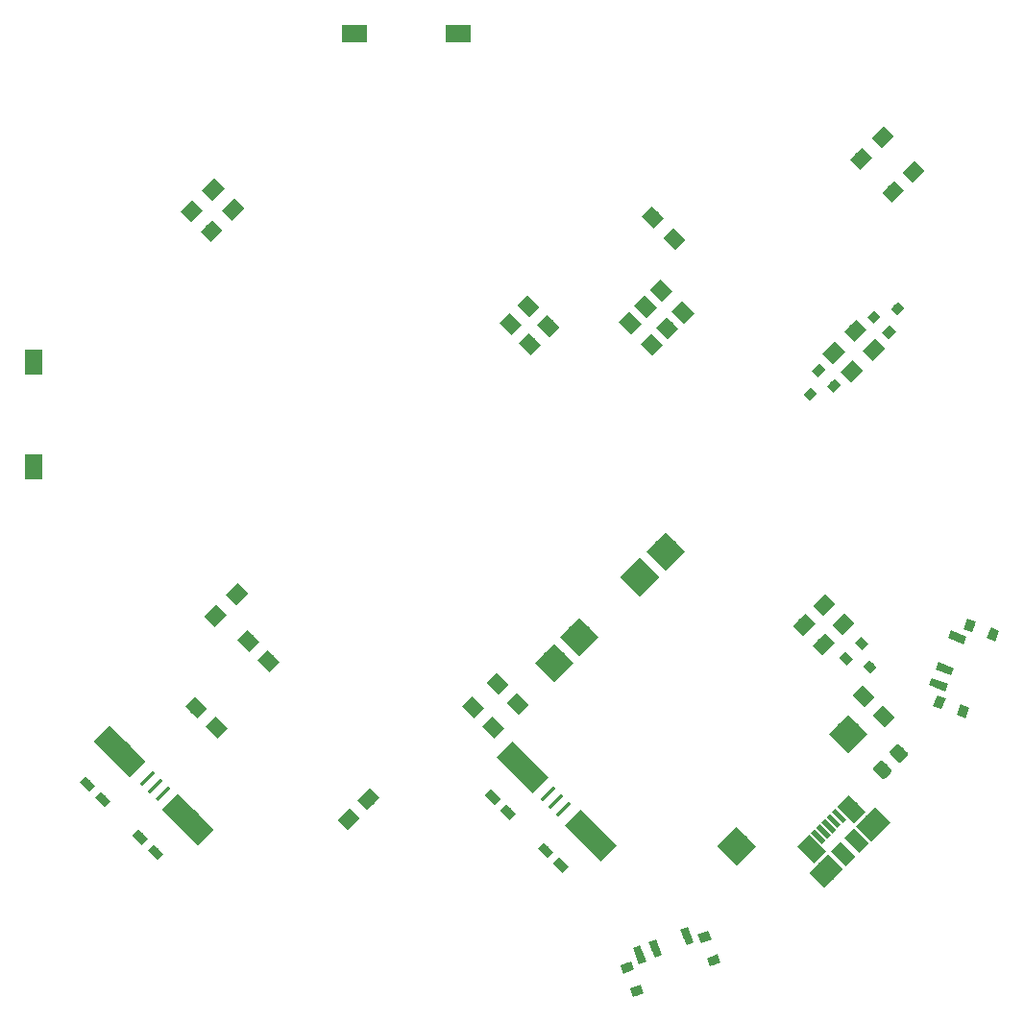
<source format=gbp>
G04 #@! TF.GenerationSoftware,KiCad,Pcbnew,(5.0.0)*
G04 #@! TF.CreationDate,2018-09-13T19:48:45+02:00*
G04 #@! TF.ProjectId,noname.kicad_pcb_45_grader,6E6F6E616D652E6B696361645F706362,rev?*
G04 #@! TF.SameCoordinates,PX5f5e100PY8f0d180*
G04 #@! TF.FileFunction,Paste,Bot*
G04 #@! TF.FilePolarity,Positive*
%FSLAX46Y46*%
G04 Gerber Fmt 4.6, Leading zero omitted, Abs format (unit mm)*
G04 Created by KiCad (PCBNEW (5.0.0)) date 09/13/18 19:48:45*
%MOMM*%
%LPD*%
G01*
G04 APERTURE LIST*
%ADD10C,0.800000*%
%ADD11C,0.100000*%
%ADD12C,0.700000*%
%ADD13C,2.000000*%
%ADD14R,2.180000X1.600000*%
%ADD15R,1.600000X2.180000*%
%ADD16C,1.175000*%
%ADD17C,1.900000*%
%ADD18C,1.475000*%
%ADD19C,0.450000*%
%ADD20C,0.300000*%
%ADD21C,1.150000*%
%ADD22C,1.300000*%
%ADD23C,2.400000*%
%ADD24C,1.250000*%
%ADD25C,0.750000*%
G04 APERTURE END LIST*
D10*
G04 #@! TO.C,Q1*
X89245467Y61872216D03*
D11*
G36*
X89210112Y61271175D02*
X88644426Y61836861D01*
X89280822Y62473257D01*
X89846508Y61907571D01*
X89210112Y61271175D01*
X89210112Y61271175D01*
G37*
D10*
X87901964Y63215719D03*
D11*
G36*
X87866609Y62614678D02*
X87300923Y63180364D01*
X87937319Y63816760D01*
X88503005Y63251074D01*
X87866609Y62614678D01*
X87866609Y62614678D01*
G37*
D10*
X89987929Y63958181D03*
D11*
G36*
X89952574Y63357140D02*
X89386888Y63922826D01*
X90023284Y64559222D01*
X90588970Y63993536D01*
X89952574Y63357140D01*
X89952574Y63357140D01*
G37*
G04 #@! TD*
D10*
G04 #@! TO.C,S4*
X72980894Y8555068D03*
D11*
G36*
X73299502Y9110486D02*
X73592703Y8366152D01*
X72662286Y7999650D01*
X72369085Y8743984D01*
X73299502Y9110486D01*
X73299502Y9110486D01*
G37*
D10*
X66188846Y5879609D03*
D11*
G36*
X66507454Y6435027D02*
X66800655Y5690693D01*
X65870238Y5324191D01*
X65577037Y6068525D01*
X66507454Y6435027D01*
X66507454Y6435027D01*
G37*
D10*
X66998814Y3823385D03*
D11*
G36*
X67317422Y4378803D02*
X67610623Y3634469D01*
X66680206Y3267967D01*
X66387005Y4012301D01*
X67317422Y4378803D01*
X67317422Y4378803D01*
G37*
D10*
X73790862Y6498845D03*
D11*
G36*
X74109470Y7054263D02*
X74402671Y6309929D01*
X73472254Y5943427D01*
X73179053Y6687761D01*
X74109470Y7054263D01*
X74109470Y7054263D01*
G37*
D12*
X67253205Y6997482D03*
D11*
G36*
X67303975Y7823571D02*
X67853727Y6427944D01*
X67202435Y6171393D01*
X66652683Y7567020D01*
X67303975Y7823571D01*
X67303975Y7823571D01*
G37*
D12*
X68648831Y7547234D03*
D11*
G36*
X68699601Y8373323D02*
X69249353Y6977696D01*
X68598061Y6721145D01*
X68048309Y8116772D01*
X68699601Y8373323D01*
X68699601Y8373323D01*
G37*
D12*
X71440083Y8646738D03*
D11*
G36*
X71490853Y9472827D02*
X72040605Y8077200D01*
X71389313Y7820649D01*
X70839561Y9216276D01*
X71490853Y9472827D01*
X71490853Y9472827D01*
G37*
G04 #@! TD*
D13*
G04 #@! TO.C,Y4*
X27465547Y18915479D03*
D11*
G36*
X25167450Y19799362D02*
X26581664Y21213576D01*
X29763644Y18031596D01*
X28349430Y16617382D01*
X25167450Y19799362D01*
X25167450Y19799362D01*
G37*
D13*
X21455139Y24925887D03*
D11*
G36*
X19157042Y25809770D02*
X20571256Y27223984D01*
X23753236Y24042004D01*
X22339022Y22627790D01*
X19157042Y25809770D01*
X19157042Y25809770D01*
G37*
G04 #@! TD*
D12*
G04 #@! TO.C,S2*
X95244980Y34989257D03*
D11*
G36*
X94675442Y35589779D02*
X96071069Y35040027D01*
X95814518Y34388735D01*
X94418891Y34938487D01*
X94675442Y35589779D01*
X94675442Y35589779D01*
G37*
D12*
X94145476Y32198005D03*
D11*
G36*
X93575938Y32798527D02*
X94971565Y32248775D01*
X94715014Y31597483D01*
X93319387Y32147235D01*
X93575938Y32798527D01*
X93575938Y32798527D01*
G37*
D12*
X93595724Y30802379D03*
D11*
G36*
X93026186Y31402901D02*
X94421813Y30853149D01*
X94165262Y30201857D01*
X92769635Y30751609D01*
X93026186Y31402901D01*
X93026186Y31402901D01*
G37*
D10*
X98419077Y35243648D03*
D11*
G36*
X98230161Y35855457D02*
X98974495Y35562256D01*
X98607993Y34631839D01*
X97863659Y34925040D01*
X98230161Y35855457D01*
X98230161Y35855457D01*
G37*
D10*
X95743617Y28451600D03*
D11*
G36*
X95554701Y29063409D02*
X96299035Y28770208D01*
X95932533Y27839791D01*
X95188199Y28132992D01*
X95554701Y29063409D01*
X95554701Y29063409D01*
G37*
D10*
X93687394Y29261568D03*
D11*
G36*
X93498478Y29873377D02*
X94242812Y29580176D01*
X93876310Y28649759D01*
X93131976Y28942960D01*
X93498478Y29873377D01*
X93498478Y29873377D01*
G37*
D10*
X96362853Y36053616D03*
D11*
G36*
X96173937Y36665425D02*
X96918271Y36372224D01*
X96551769Y35441807D01*
X95807435Y35735008D01*
X96173937Y36665425D01*
X96173937Y36665425D01*
G37*
G04 #@! TD*
D10*
G04 #@! TO.C,Q2*
X82301678Y56427493D03*
D11*
G36*
X82337033Y57028534D02*
X82902719Y56462848D01*
X82266323Y55826452D01*
X81700637Y56392138D01*
X82337033Y57028534D01*
X82337033Y57028534D01*
G37*
D10*
X84387643Y57169955D03*
D11*
G36*
X84422998Y57770996D02*
X84988684Y57205310D01*
X84352288Y56568914D01*
X83786602Y57134600D01*
X84422998Y57770996D01*
X84422998Y57770996D01*
G37*
D10*
X83044140Y58513458D03*
D11*
G36*
X83079495Y59114499D02*
X83645181Y58548813D01*
X83008785Y57912417D01*
X82443099Y58478103D01*
X83079495Y59114499D01*
X83079495Y59114499D01*
G37*
G04 #@! TD*
D14*
G04 #@! TO.C,S1*
X51281781Y88204872D03*
X42101781Y88204872D03*
G04 #@! TD*
D13*
G04 #@! TO.C,Y3*
X62926952Y17508336D03*
D11*
G36*
X65225049Y16624453D02*
X63810835Y15210239D01*
X60628855Y18392219D01*
X62043069Y19806433D01*
X65225049Y16624453D01*
X65225049Y16624453D01*
G37*
D13*
X56916544Y23518744D03*
D11*
G36*
X59214641Y22634861D02*
X57800427Y21220647D01*
X54618447Y24402627D01*
X56032661Y25816841D01*
X59214641Y22634861D01*
X59214641Y22634861D01*
G37*
G04 #@! TD*
D15*
G04 #@! TO.C,S3*
X13832528Y59214371D03*
X13832528Y50034371D03*
G04 #@! TD*
D16*
G04 #@! TO.C,J5*
X85186673Y15867848D03*
D11*
G36*
X84930347Y16955025D02*
X86273850Y15611522D01*
X85442999Y14780671D01*
X84099496Y16124174D01*
X84930347Y16955025D01*
X84930347Y16955025D01*
G37*
D16*
X86374613Y17055788D03*
D11*
G36*
X86118287Y18142965D02*
X87461790Y16799462D01*
X86630939Y15968611D01*
X85287436Y17312114D01*
X86118287Y18142965D01*
X86118287Y18142965D01*
G37*
D17*
X83722962Y14404137D03*
D11*
G36*
X83890900Y15915578D02*
X85234403Y14572075D01*
X83555024Y12892696D01*
X82211521Y14236199D01*
X83890900Y15915578D01*
X83890900Y15915578D01*
G37*
D17*
X87838324Y18519499D03*
D11*
G36*
X88006262Y20030940D02*
X89349765Y18687437D01*
X87670386Y17008058D01*
X86326883Y18351561D01*
X88006262Y20030940D01*
X88006262Y20030940D01*
G37*
D18*
X82413047Y16346913D03*
D11*
G36*
X82192076Y17610866D02*
X83677000Y16125942D01*
X82634018Y15082960D01*
X81149094Y16567884D01*
X82192076Y17610866D01*
X82192076Y17610866D01*
G37*
D18*
X85895548Y19829414D03*
D11*
G36*
X85674577Y21093367D02*
X87159501Y19608443D01*
X86116519Y18565461D01*
X84631595Y20050385D01*
X85674577Y21093367D01*
X85674577Y21093367D01*
G37*
D19*
X82980500Y17423483D03*
D11*
G36*
X82651695Y18070486D02*
X83627503Y17094678D01*
X83309305Y16776480D01*
X82333497Y17752288D01*
X82651695Y18070486D01*
X82651695Y18070486D01*
G37*
D19*
X83440120Y17883102D03*
D11*
G36*
X83111315Y18530105D02*
X84087123Y17554297D01*
X83768925Y17236099D01*
X82793117Y18211907D01*
X83111315Y18530105D01*
X83111315Y18530105D01*
G37*
D19*
X83899739Y18342722D03*
D11*
G36*
X83570934Y18989725D02*
X84546742Y18013917D01*
X84228544Y17695719D01*
X83252736Y18671527D01*
X83570934Y18989725D01*
X83570934Y18989725D01*
G37*
D19*
X84359359Y18802341D03*
D11*
G36*
X84030554Y19449344D02*
X85006362Y18473536D01*
X84688164Y18155338D01*
X83712356Y19131146D01*
X84030554Y19449344D01*
X84030554Y19449344D01*
G37*
D19*
X84818978Y19261961D03*
D11*
G36*
X84490173Y19908964D02*
X85465981Y18933156D01*
X85147783Y18614958D01*
X84171975Y19590766D01*
X84490173Y19908964D01*
X84490173Y19908964D01*
G37*
G04 #@! TD*
D10*
G04 #@! TO.C,U2*
X85462446Y33114183D03*
D11*
G36*
X84861405Y33149538D02*
X85427091Y33715224D01*
X86063487Y33078828D01*
X85497801Y32513142D01*
X84861405Y33149538D01*
X84861405Y33149538D01*
G37*
D10*
X86805949Y34457686D03*
D11*
G36*
X86204908Y34493041D02*
X86770594Y35058727D01*
X87406990Y34422331D01*
X86841304Y33856645D01*
X86204908Y34493041D01*
X86204908Y34493041D01*
G37*
D10*
X87548411Y32371721D03*
D11*
G36*
X86947370Y32407076D02*
X87513056Y32972762D01*
X88149452Y32336366D01*
X87583766Y31770680D01*
X86947370Y32407076D01*
X86947370Y32407076D01*
G37*
G04 #@! TD*
D20*
G04 #@! TO.C,Y2*
X25231089Y21220647D03*
D11*
G36*
X25902840Y21680266D02*
X24771470Y20548896D01*
X24559338Y20761028D01*
X25690708Y21892398D01*
X25902840Y21680266D01*
X25902840Y21680266D01*
G37*
D20*
X24559338Y21892398D03*
D11*
G36*
X25231089Y22352017D02*
X24099719Y21220647D01*
X23887587Y21432779D01*
X25018957Y22564149D01*
X25231089Y22352017D01*
X25231089Y22352017D01*
G37*
D20*
X23887587Y22564149D03*
D11*
G36*
X24559338Y23023768D02*
X23427968Y21892398D01*
X23215836Y22104530D01*
X24347206Y23235900D01*
X24559338Y23023768D01*
X24559338Y23023768D01*
G37*
G04 #@! TD*
G04 #@! TO.C,D26*
G36*
X88598220Y24099881D02*
X88622488Y24096281D01*
X88646287Y24090320D01*
X88669386Y24082055D01*
X88691565Y24071565D01*
X88712608Y24058953D01*
X88732314Y24044338D01*
X88750492Y24027862D01*
X89386889Y23391465D01*
X89403365Y23373287D01*
X89417980Y23353581D01*
X89430592Y23332538D01*
X89441082Y23310359D01*
X89449347Y23287260D01*
X89455308Y23263461D01*
X89458908Y23239193D01*
X89460112Y23214689D01*
X89458908Y23190185D01*
X89455308Y23165917D01*
X89449347Y23142118D01*
X89441082Y23119019D01*
X89430592Y23096840D01*
X89417980Y23075797D01*
X89403365Y23056091D01*
X89386889Y23037913D01*
X88927268Y22578292D01*
X88909090Y22561816D01*
X88889384Y22547201D01*
X88868341Y22534589D01*
X88846162Y22524099D01*
X88823063Y22515834D01*
X88799264Y22509873D01*
X88774996Y22506273D01*
X88750492Y22505069D01*
X88725988Y22506273D01*
X88701720Y22509873D01*
X88677921Y22515834D01*
X88654822Y22524099D01*
X88632643Y22534589D01*
X88611600Y22547201D01*
X88591894Y22561816D01*
X88573716Y22578292D01*
X87937319Y23214689D01*
X87920843Y23232867D01*
X87906228Y23252573D01*
X87893616Y23273616D01*
X87883126Y23295795D01*
X87874861Y23318894D01*
X87868900Y23342693D01*
X87865300Y23366961D01*
X87864096Y23391465D01*
X87865300Y23415969D01*
X87868900Y23440237D01*
X87874861Y23464036D01*
X87883126Y23487135D01*
X87893616Y23509314D01*
X87906228Y23530357D01*
X87920843Y23550063D01*
X87937319Y23568241D01*
X88396940Y24027862D01*
X88415118Y24044338D01*
X88434824Y24058953D01*
X88455867Y24071565D01*
X88478046Y24082055D01*
X88501145Y24090320D01*
X88524944Y24096281D01*
X88549212Y24099881D01*
X88573716Y24101085D01*
X88598220Y24099881D01*
X88598220Y24099881D01*
G37*
D21*
X88662104Y23303077D03*
D11*
G36*
X90047788Y25549449D02*
X90072056Y25545849D01*
X90095855Y25539888D01*
X90118954Y25531623D01*
X90141133Y25521133D01*
X90162176Y25508521D01*
X90181882Y25493906D01*
X90200060Y25477430D01*
X90836457Y24841033D01*
X90852933Y24822855D01*
X90867548Y24803149D01*
X90880160Y24782106D01*
X90890650Y24759927D01*
X90898915Y24736828D01*
X90904876Y24713029D01*
X90908476Y24688761D01*
X90909680Y24664257D01*
X90908476Y24639753D01*
X90904876Y24615485D01*
X90898915Y24591686D01*
X90890650Y24568587D01*
X90880160Y24546408D01*
X90867548Y24525365D01*
X90852933Y24505659D01*
X90836457Y24487481D01*
X90376836Y24027860D01*
X90358658Y24011384D01*
X90338952Y23996769D01*
X90317909Y23984157D01*
X90295730Y23973667D01*
X90272631Y23965402D01*
X90248832Y23959441D01*
X90224564Y23955841D01*
X90200060Y23954637D01*
X90175556Y23955841D01*
X90151288Y23959441D01*
X90127489Y23965402D01*
X90104390Y23973667D01*
X90082211Y23984157D01*
X90061168Y23996769D01*
X90041462Y24011384D01*
X90023284Y24027860D01*
X89386887Y24664257D01*
X89370411Y24682435D01*
X89355796Y24702141D01*
X89343184Y24723184D01*
X89332694Y24745363D01*
X89324429Y24768462D01*
X89318468Y24792261D01*
X89314868Y24816529D01*
X89313664Y24841033D01*
X89314868Y24865537D01*
X89318468Y24889805D01*
X89324429Y24913604D01*
X89332694Y24936703D01*
X89343184Y24958882D01*
X89355796Y24979925D01*
X89370411Y24999631D01*
X89386887Y25017809D01*
X89846508Y25477430D01*
X89864686Y25493906D01*
X89884392Y25508521D01*
X89905435Y25521133D01*
X89927614Y25531623D01*
X89950713Y25539888D01*
X89974512Y25545849D01*
X89998780Y25549449D01*
X90023284Y25550653D01*
X90047788Y25549449D01*
X90047788Y25549449D01*
G37*
D21*
X90111672Y24752645D03*
G04 #@! TD*
D20*
G04 #@! TO.C,Y1*
X60515718Y19848860D03*
D11*
G36*
X59843967Y19389241D02*
X60975337Y20520611D01*
X61187469Y20308479D01*
X60056099Y19177109D01*
X59843967Y19389241D01*
X59843967Y19389241D01*
G37*
D20*
X59843967Y20520611D03*
D11*
G36*
X59172216Y20060992D02*
X60303586Y21192362D01*
X60515718Y20980230D01*
X59384348Y19848860D01*
X59172216Y20060992D01*
X59172216Y20060992D01*
G37*
D20*
X59172216Y21192362D03*
D11*
G36*
X58500465Y20732743D02*
X59631835Y21864113D01*
X59843967Y21651981D01*
X58712597Y20520611D01*
X58500465Y20732743D01*
X58500465Y20732743D01*
G37*
G04 #@! TD*
D22*
G04 #@! TO.C,R13*
X27762532Y72570741D03*
D11*
G36*
X27833243Y73560690D02*
X28752481Y72641452D01*
X27691821Y71580792D01*
X26772583Y72500030D01*
X27833243Y73560690D01*
X27833243Y73560690D01*
G37*
D22*
X29671720Y74479929D03*
D11*
G36*
X29742431Y75469878D02*
X30661669Y74550640D01*
X29601009Y73489980D01*
X28681771Y74409218D01*
X29742431Y75469878D01*
X29742431Y75469878D01*
G37*
G04 #@! TD*
D22*
G04 #@! TO.C,R14*
X31439487Y72712162D03*
D11*
G36*
X31510198Y73702111D02*
X32429436Y72782873D01*
X31368776Y71722213D01*
X30449538Y72641451D01*
X31510198Y73702111D01*
X31510198Y73702111D01*
G37*
D22*
X29530299Y70802974D03*
D11*
G36*
X29601010Y71792923D02*
X30520248Y70873685D01*
X29459588Y69813025D01*
X28540350Y70732263D01*
X29601010Y71792923D01*
X29601010Y71792923D01*
G37*
G04 #@! TD*
D22*
G04 #@! TO.C,R1*
X68421172Y72005056D03*
D11*
G36*
X69411121Y71934345D02*
X68491883Y71015107D01*
X67431223Y72075767D01*
X68350461Y72995005D01*
X69411121Y71934345D01*
X69411121Y71934345D01*
G37*
D22*
X70330360Y70095868D03*
D11*
G36*
X71320309Y70025157D02*
X70401071Y69105919D01*
X69340411Y70166579D01*
X70259649Y71085817D01*
X71320309Y70025157D01*
X71320309Y70025157D01*
G37*
G04 #@! TD*
D23*
G04 #@! TO.C,M1*
X69538400Y42575272D03*
D11*
G36*
X71235456Y42575272D02*
X69538400Y40878216D01*
X67841344Y42575272D01*
X69538400Y44272328D01*
X71235456Y42575272D01*
X71235456Y42575272D01*
G37*
D23*
X67275659Y40312530D03*
D11*
G36*
X68972715Y40312530D02*
X67275659Y38615474D01*
X65578603Y40312530D01*
X67275659Y42009586D01*
X68972715Y40312530D01*
X68972715Y40312530D01*
G37*
D23*
X61972358Y35009229D03*
D11*
G36*
X63669414Y35009229D02*
X61972358Y33312173D01*
X60275302Y35009229D01*
X61972358Y36706285D01*
X63669414Y35009229D01*
X63669414Y35009229D01*
G37*
D23*
X59709616Y32746487D03*
D11*
G36*
X61406672Y32746487D02*
X59709616Y31049431D01*
X58012560Y32746487D01*
X59709616Y34443543D01*
X61406672Y32746487D01*
X61406672Y32746487D01*
G37*
D23*
X75782153Y16574955D03*
D11*
G36*
X77479209Y16574955D02*
X75782153Y14877899D01*
X74085097Y16574955D01*
X75782153Y18272011D01*
X77479209Y16574955D01*
X77479209Y16574955D01*
G37*
D23*
X85660435Y26453237D03*
D11*
G36*
X87357491Y26453237D02*
X85660435Y24756181D01*
X83963379Y26453237D01*
X85660435Y28150293D01*
X87357491Y26453237D01*
X87357491Y26453237D01*
G37*
G04 #@! TD*
D22*
G04 #@! TO.C,R10*
X29883852Y36875991D03*
D11*
G36*
X29813141Y35886042D02*
X28893903Y36805280D01*
X29954563Y37865940D01*
X30873801Y36946702D01*
X29813141Y35886042D01*
X29813141Y35886042D01*
G37*
D22*
X31793040Y38785179D03*
D11*
G36*
X31722329Y37795230D02*
X30803091Y38714468D01*
X31863751Y39775128D01*
X32782989Y38855890D01*
X31722329Y37795230D01*
X31722329Y37795230D01*
G37*
G04 #@! TD*
D22*
G04 #@! TO.C,R9*
X88672710Y79076124D03*
D11*
G36*
X88601999Y78086175D02*
X87682761Y79005413D01*
X88743421Y80066073D01*
X89662659Y79146835D01*
X88601999Y78086175D01*
X88601999Y78086175D01*
G37*
D22*
X86763522Y77166936D03*
D11*
G36*
X86692811Y76176987D02*
X85773573Y77096225D01*
X86834233Y78156885D01*
X87753471Y77237647D01*
X86692811Y76176987D01*
X86692811Y76176987D01*
G37*
G04 #@! TD*
D22*
G04 #@! TO.C,R4*
X66420060Y62706602D03*
D11*
G36*
X65430111Y62777313D02*
X66349349Y63696551D01*
X67410009Y62635891D01*
X66490771Y61716653D01*
X65430111Y62777313D01*
X65430111Y62777313D01*
G37*
D22*
X68329248Y60797414D03*
D11*
G36*
X67339299Y60868125D02*
X68258537Y61787363D01*
X69319197Y60726703D01*
X68399959Y59807465D01*
X67339299Y60868125D01*
X67339299Y60868125D01*
G37*
G04 #@! TD*
D22*
G04 #@! TO.C,R5*
X85992776Y58435677D03*
D11*
G36*
X85922065Y57445728D02*
X85002827Y58364966D01*
X86063487Y59425626D01*
X86982725Y58506388D01*
X85922065Y57445728D01*
X85922065Y57445728D01*
G37*
D22*
X87901964Y60344865D03*
D11*
G36*
X87831253Y59354916D02*
X86912015Y60274154D01*
X87972675Y61334814D01*
X88891913Y60415576D01*
X87831253Y59354916D01*
X87831253Y59354916D01*
G37*
G04 #@! TD*
D22*
G04 #@! TO.C,R3*
X69693964Y62246982D03*
D11*
G36*
X68704015Y62317693D02*
X69623253Y63236931D01*
X70683913Y62176271D01*
X69764675Y61257033D01*
X68704015Y62317693D01*
X68704015Y62317693D01*
G37*
D22*
X67784776Y64156170D03*
D11*
G36*
X66794827Y64226881D02*
X67714065Y65146119D01*
X68774725Y64085459D01*
X67855487Y63166221D01*
X66794827Y64226881D01*
X66794827Y64226881D01*
G37*
G04 #@! TD*
D22*
G04 #@! TO.C,R2*
X69156563Y65556242D03*
D11*
G36*
X68166614Y65626953D02*
X69085852Y66546191D01*
X70146512Y65485531D01*
X69227274Y64566293D01*
X68166614Y65626953D01*
X68166614Y65626953D01*
G37*
D22*
X71065751Y63647054D03*
D11*
G36*
X70075802Y63717765D02*
X70995040Y64637003D01*
X72055700Y63576343D01*
X71136462Y62657105D01*
X70075802Y63717765D01*
X70075802Y63717765D01*
G37*
G04 #@! TD*
D22*
G04 #@! TO.C,R6*
X84359359Y60097378D03*
D11*
G36*
X84430070Y61087327D02*
X85349308Y60168089D01*
X84288648Y59107429D01*
X83369410Y60026667D01*
X84430070Y61087327D01*
X84430070Y61087327D01*
G37*
D22*
X86268547Y62006566D03*
D11*
G36*
X86339258Y62996515D02*
X87258496Y62077277D01*
X86197836Y61016617D01*
X85278598Y61935855D01*
X86339258Y62996515D01*
X86339258Y62996515D01*
G37*
G04 #@! TD*
D24*
G04 #@! TO.C,C7*
X29954563Y27033065D03*
D11*
G36*
X30926835Y26944677D02*
X30042951Y26060793D01*
X28982291Y27121453D01*
X29866175Y28005337D01*
X30926835Y26944677D01*
X30926835Y26944677D01*
G37*
D24*
X28186797Y28800831D03*
D11*
G36*
X29159069Y28712443D02*
X28275185Y27828559D01*
X27214525Y28889219D01*
X28098409Y29773103D01*
X29159069Y28712443D01*
X29159069Y28712443D01*
G37*
G04 #@! TD*
D24*
G04 #@! TO.C,C10*
X41586470Y18964977D03*
D11*
G36*
X41498082Y17992705D02*
X40614198Y18876589D01*
X41674858Y19937249D01*
X42558742Y19053365D01*
X41498082Y17992705D01*
X41498082Y17992705D01*
G37*
D24*
X43354236Y20732743D03*
D11*
G36*
X43265848Y19760471D02*
X42381964Y20644355D01*
X43442624Y21705015D01*
X44326508Y20821131D01*
X43265848Y19760471D01*
X43265848Y19760471D01*
G37*
G04 #@! TD*
D24*
G04 #@! TO.C,C4*
X85250313Y36154742D03*
D11*
G36*
X85338701Y37127014D02*
X86222585Y36243130D01*
X85161925Y35182470D01*
X84278041Y36066354D01*
X85338701Y37127014D01*
X85338701Y37127014D01*
G37*
D24*
X83482547Y34386976D03*
D11*
G36*
X83570935Y35359248D02*
X84454819Y34475364D01*
X83394159Y33414704D01*
X82510275Y34298588D01*
X83570935Y35359248D01*
X83570935Y35359248D01*
G37*
G04 #@! TD*
D25*
G04 #@! TO.C,C37*
X55657894Y19573088D03*
D11*
G36*
X54968465Y19732187D02*
X55498795Y20262517D01*
X56347323Y19413989D01*
X55816993Y18883659D01*
X54968465Y19732187D01*
X54968465Y19732187D01*
G37*
D25*
X54314392Y20916590D03*
D11*
G36*
X53624963Y21075689D02*
X54155293Y21606019D01*
X55003821Y20757491D01*
X54473491Y20227161D01*
X53624963Y21075689D01*
X53624963Y21075689D01*
G37*
G04 #@! TD*
D24*
G04 #@! TO.C,C8*
X54745727Y30879725D03*
D11*
G36*
X55717999Y30791337D02*
X54834115Y29907453D01*
X53773455Y30968113D01*
X54657339Y31851997D01*
X55717999Y30791337D01*
X55717999Y30791337D01*
G37*
D24*
X56513493Y29111959D03*
D11*
G36*
X57485765Y29023571D02*
X56601881Y28139687D01*
X55541221Y29200347D01*
X56425105Y30084231D01*
X57485765Y29023571D01*
X57485765Y29023571D01*
G37*
G04 #@! TD*
D24*
G04 #@! TO.C,C5*
X89620234Y74267798D03*
D11*
G36*
X89708622Y75240070D02*
X90592506Y74356186D01*
X89531846Y73295526D01*
X88647962Y74179410D01*
X89708622Y75240070D01*
X89708622Y75240070D01*
G37*
D24*
X91388000Y76035564D03*
D11*
G36*
X91476388Y77007836D02*
X92360272Y76123952D01*
X91299612Y75063292D01*
X90415728Y75947176D01*
X91476388Y77007836D01*
X91476388Y77007836D01*
G37*
G04 #@! TD*
D25*
G04 #@! TO.C,C40*
X24615906Y16037555D03*
D11*
G36*
X23926477Y16196654D02*
X24456807Y16726984D01*
X25305335Y15878456D01*
X24775005Y15348126D01*
X23926477Y16196654D01*
X23926477Y16196654D01*
G37*
D25*
X23272404Y17381057D03*
D11*
G36*
X22582975Y17540156D02*
X23113305Y18070486D01*
X23961833Y17221958D01*
X23431503Y16691628D01*
X22582975Y17540156D01*
X22582975Y17540156D01*
G37*
G04 #@! TD*
D25*
G04 #@! TO.C,C39*
X19941931Y20725673D03*
D11*
G36*
X20631360Y20566574D02*
X20101030Y20036244D01*
X19252502Y20884772D01*
X19782832Y21415102D01*
X20631360Y20566574D01*
X20631360Y20566574D01*
G37*
D25*
X18598429Y22069175D03*
D11*
G36*
X19287858Y21910076D02*
X18757528Y21379746D01*
X17909000Y22228274D01*
X18439330Y22758604D01*
X19287858Y21910076D01*
X19287858Y21910076D01*
G37*
G04 #@! TD*
D24*
G04 #@! TO.C,C3*
X87018081Y29790781D03*
D11*
G36*
X87990353Y29702393D02*
X87106469Y28818509D01*
X86045809Y29879169D01*
X86929693Y30763053D01*
X87990353Y29702393D01*
X87990353Y29702393D01*
G37*
D24*
X88785847Y28023015D03*
D11*
G36*
X89758119Y27934627D02*
X88874235Y27050743D01*
X87813575Y28111403D01*
X88697459Y28995287D01*
X89758119Y27934627D01*
X89758119Y27934627D01*
G37*
G04 #@! TD*
D24*
G04 #@! TO.C,C9*
X32782991Y34669817D03*
D11*
G36*
X33755263Y34581429D02*
X32871379Y33697545D01*
X31810719Y34758205D01*
X32694603Y35642089D01*
X33755263Y34581429D01*
X33755263Y34581429D01*
G37*
D24*
X34550757Y32902051D03*
D11*
G36*
X35523029Y32813663D02*
X34639145Y31929779D01*
X33578485Y32990439D01*
X34462369Y33874323D01*
X35523029Y32813663D01*
X35523029Y32813663D01*
G37*
G04 #@! TD*
D25*
G04 #@! TO.C,C38*
X60324799Y14906184D03*
D11*
G36*
X61014228Y14747085D02*
X60483898Y14216755D01*
X59635370Y15065283D01*
X60165700Y15595613D01*
X61014228Y14747085D01*
X61014228Y14747085D01*
G37*
D25*
X58981297Y16249686D03*
D11*
G36*
X59670726Y16090587D02*
X59140396Y15560257D01*
X58291868Y16408785D01*
X58822198Y16939115D01*
X59670726Y16090587D01*
X59670726Y16090587D01*
G37*
G04 #@! TD*
D24*
G04 #@! TO.C,C2*
X57616580Y60832769D03*
D11*
G36*
X56644308Y60921157D02*
X57528192Y61805041D01*
X58588852Y60744381D01*
X57704968Y59860497D01*
X56644308Y60921157D01*
X56644308Y60921157D01*
G37*
D24*
X55848814Y62600535D03*
D11*
G36*
X54876542Y62688923D02*
X55760426Y63572807D01*
X56821086Y62512147D01*
X55937202Y61628263D01*
X54876542Y62688923D01*
X54876542Y62688923D01*
G37*
G04 #@! TD*
D24*
G04 #@! TO.C,C11*
X83553257Y37851798D03*
D11*
G36*
X83641645Y38824070D02*
X84525529Y37940186D01*
X83464869Y36879526D01*
X82580985Y37763410D01*
X83641645Y38824070D01*
X83641645Y38824070D01*
G37*
D24*
X81785491Y36084032D03*
D11*
G36*
X81873879Y37056304D02*
X82757763Y36172420D01*
X81697103Y35111760D01*
X80813219Y35995644D01*
X81873879Y37056304D01*
X81873879Y37056304D01*
G37*
G04 #@! TD*
D24*
G04 #@! TO.C,C6*
X54328533Y27040136D03*
D11*
G36*
X55300805Y26951748D02*
X54416921Y26067864D01*
X53356261Y27128524D01*
X54240145Y28012408D01*
X55300805Y26951748D01*
X55300805Y26951748D01*
G37*
D24*
X52560767Y28807902D03*
D11*
G36*
X53533039Y28719514D02*
X52649155Y27835630D01*
X51588495Y28896290D01*
X52472379Y29780174D01*
X53533039Y28719514D01*
X53533039Y28719514D01*
G37*
G04 #@! TD*
D24*
G04 #@! TO.C,C1*
X59200499Y62416688D03*
D11*
G36*
X58228227Y62505076D02*
X59112111Y63388960D01*
X60172771Y62328300D01*
X59288887Y61444416D01*
X58228227Y62505076D01*
X58228227Y62505076D01*
G37*
D24*
X57432733Y64184454D03*
D11*
G36*
X56460461Y64272842D02*
X57344345Y65156726D01*
X58405005Y64096066D01*
X57521121Y63212182D01*
X56460461Y64272842D01*
X56460461Y64272842D01*
G37*
G04 #@! TD*
M02*

</source>
